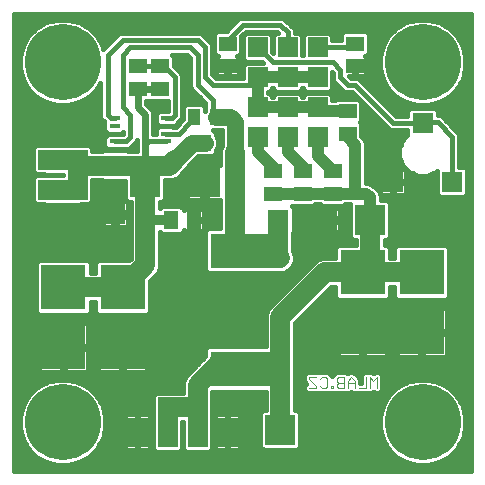
<source format=gbr>
G75*
G70*
%OFA0B0*%
%FSLAX24Y24*%
%IPPOS*%
%LPD*%
%AMOC8*
5,1,8,0,0,1.08239X$1,22.5*
%
%ADD10C,0.0030*%
%ADD11R,0.0350X0.0165*%
%ADD12R,0.0650X0.0650*%
%ADD13R,0.1004X0.0984*%
%ADD14R,0.0512X0.0591*%
%ADD15R,0.0591X0.0512*%
%ADD16R,0.2165X0.1181*%
%ADD17R,0.0700X0.0700*%
%ADD18R,0.0394X0.0551*%
%ADD19R,0.0669X0.0709*%
%ADD20R,0.0709X0.0669*%
%ADD21C,0.2540*%
%ADD22R,0.1500X0.1500*%
%ADD23C,0.0160*%
%ADD24C,0.0660*%
%ADD25C,0.0560*%
%ADD26C,0.0320*%
%ADD27C,0.0240*%
%ADD28C,0.0357*%
%ADD29C,0.0400*%
D10*
X010392Y003320D02*
X010639Y003320D01*
X010639Y003382D01*
X010392Y003629D01*
X010392Y003690D01*
X010639Y003690D01*
X010761Y003629D02*
X010822Y003690D01*
X010946Y003690D01*
X011008Y003629D01*
X011008Y003382D01*
X010946Y003320D01*
X010822Y003320D01*
X010761Y003382D01*
X011130Y003382D02*
X011130Y003320D01*
X011192Y003320D01*
X011192Y003382D01*
X011130Y003382D01*
X011313Y003382D02*
X011375Y003320D01*
X011560Y003320D01*
X011560Y003690D01*
X011375Y003690D01*
X011313Y003629D01*
X011313Y003567D01*
X011375Y003505D01*
X011560Y003505D01*
X011681Y003505D02*
X011928Y003505D01*
X011928Y003567D02*
X011805Y003690D01*
X011681Y003567D01*
X011681Y003320D01*
X011928Y003320D02*
X011928Y003567D01*
X012050Y003320D02*
X012297Y003320D01*
X012297Y003690D01*
X012418Y003690D02*
X012418Y003320D01*
X012665Y003320D02*
X012665Y003690D01*
X012542Y003567D01*
X012418Y003690D01*
X011375Y003505D02*
X011313Y003443D01*
X011313Y003382D01*
D11*
X005615Y011546D03*
X005615Y011802D03*
X005615Y012058D03*
X005615Y012314D03*
X003912Y012314D03*
X003912Y012058D03*
X003912Y011802D03*
X003912Y011546D03*
D12*
X002680Y011930D03*
X002680Y010930D03*
X002680Y009930D03*
X002680Y008930D03*
X001680Y008930D03*
X001680Y009930D03*
X001680Y010930D03*
X001680Y011930D03*
X008680Y011680D03*
X008680Y012680D03*
X008680Y013680D03*
X009680Y013680D03*
X009680Y012680D03*
X009680Y011680D03*
X010680Y011680D03*
X010680Y012680D03*
X010680Y013680D03*
X010680Y014680D03*
X009680Y014680D03*
X008680Y014680D03*
X007680Y002680D03*
X006680Y002680D03*
X005680Y002680D03*
X005680Y001680D03*
X006680Y001680D03*
X007680Y001680D03*
X004680Y001680D03*
X004680Y002680D03*
D13*
X009436Y001930D03*
X011424Y001930D03*
X012436Y008930D03*
X014424Y008930D03*
X006924Y010180D03*
X004936Y010180D03*
D14*
X005806Y008930D03*
X006554Y008930D03*
D15*
X009180Y009806D03*
X009180Y010554D03*
X010180Y010554D03*
X010180Y009806D03*
X011180Y009806D03*
X011180Y010554D03*
X011680Y011806D03*
X011680Y012554D03*
X011930Y014056D03*
X011930Y014804D03*
X007680Y014804D03*
X007680Y014056D03*
X005430Y014054D03*
X005430Y013306D03*
X004680Y013306D03*
X004680Y014054D03*
D16*
X008180Y007899D03*
X008180Y003961D03*
D17*
X013196Y010196D03*
X015164Y010196D03*
X014180Y012164D03*
D18*
X007304Y012363D03*
X006556Y012363D03*
X006930Y011497D03*
D19*
X003930Y010737D03*
X003930Y009123D03*
D20*
X009373Y008930D03*
X010987Y008930D03*
D21*
X014180Y014180D03*
X014180Y002180D03*
X002180Y002180D03*
X002180Y014180D03*
D22*
X002211Y006680D03*
X004180Y006680D03*
X004180Y004680D03*
X002211Y004680D03*
X012180Y005180D03*
X014149Y005180D03*
X014149Y007180D03*
X012180Y007180D03*
D23*
X000560Y000560D02*
X000560Y015800D01*
X015800Y015800D01*
X015800Y000560D01*
X000560Y000560D01*
X000560Y000656D02*
X015800Y000656D01*
X015800Y000814D02*
X014607Y000814D01*
X014732Y000847D02*
X014368Y000750D01*
X013992Y000750D01*
X013628Y000847D01*
X013302Y001036D01*
X013036Y001302D01*
X012847Y001628D01*
X012750Y001992D01*
X012750Y002368D01*
X012847Y002732D01*
X013036Y003058D01*
X013302Y003324D01*
X013628Y003513D01*
X013992Y003610D01*
X014368Y003610D01*
X014732Y003513D01*
X015058Y003324D01*
X015324Y003058D01*
X015513Y002732D01*
X015610Y002368D01*
X015610Y001992D01*
X015513Y001628D01*
X015324Y001302D01*
X015058Y001036D01*
X014732Y000847D01*
X014949Y000973D02*
X015800Y000973D01*
X015800Y001131D02*
X015153Y001131D01*
X015312Y001290D02*
X015800Y001290D01*
X015800Y001448D02*
X015409Y001448D01*
X015500Y001607D02*
X015800Y001607D01*
X015800Y001765D02*
X015549Y001765D01*
X015592Y001924D02*
X015800Y001924D01*
X015800Y002082D02*
X015610Y002082D01*
X015610Y002241D02*
X015800Y002241D01*
X015800Y002399D02*
X015602Y002399D01*
X015559Y002558D02*
X015800Y002558D01*
X015800Y002716D02*
X015517Y002716D01*
X015430Y002875D02*
X015800Y002875D01*
X015800Y003033D02*
X015339Y003033D01*
X015191Y003192D02*
X015800Y003192D01*
X015800Y003350D02*
X015013Y003350D01*
X014739Y003509D02*
X015800Y003509D01*
X015800Y003667D02*
X012840Y003667D01*
X012840Y003763D02*
X012737Y003865D01*
X012593Y003865D01*
X012542Y003814D01*
X012491Y003865D01*
X012224Y003865D01*
X012122Y003763D01*
X012122Y003495D01*
X012103Y003495D01*
X012103Y003639D01*
X011980Y003763D01*
X011877Y003865D01*
X011732Y003865D01*
X011682Y003815D01*
X011633Y003865D01*
X011302Y003865D01*
X011241Y003804D01*
X011160Y003723D01*
X011121Y003763D01*
X011102Y003782D01*
X011018Y003865D01*
X010947Y003865D01*
X010873Y003865D01*
X010750Y003865D01*
X010731Y003846D01*
X010712Y003865D01*
X010320Y003865D01*
X010217Y003763D01*
X010217Y003556D01*
X010299Y003474D01*
X010217Y003392D01*
X010217Y003248D01*
X010320Y003145D01*
X010712Y003145D01*
X010731Y003164D01*
X010750Y003145D01*
X010823Y003145D01*
X011018Y003145D01*
X011038Y003165D01*
X011058Y003145D01*
X011264Y003145D01*
X011283Y003164D01*
X011301Y003146D01*
X011302Y003145D01*
X011302Y003145D01*
X011374Y003145D01*
X011754Y003145D01*
X011805Y003196D01*
X011856Y003145D01*
X012491Y003145D01*
X012542Y003196D01*
X012593Y003145D01*
X012737Y003145D01*
X012840Y003248D01*
X012840Y003763D01*
X012777Y003826D02*
X015800Y003826D01*
X015800Y003984D02*
X009926Y003984D01*
X009926Y003826D02*
X010280Y003826D01*
X010217Y003667D02*
X009926Y003667D01*
X009926Y003509D02*
X010265Y003509D01*
X010217Y003350D02*
X009926Y003350D01*
X009926Y003192D02*
X010273Y003192D01*
X009926Y003033D02*
X013021Y003033D01*
X012930Y002875D02*
X009926Y002875D01*
X009926Y002716D02*
X012843Y002716D01*
X012801Y002558D02*
X010029Y002558D01*
X010004Y002582D02*
X009926Y002582D01*
X009926Y005483D01*
X011133Y006690D01*
X011270Y006690D01*
X011270Y006364D01*
X011364Y006270D01*
X012996Y006270D01*
X013090Y006364D01*
X013090Y006690D01*
X013239Y006690D01*
X013239Y006364D01*
X013332Y006270D01*
X014965Y006270D01*
X015059Y006364D01*
X015059Y007996D01*
X014965Y008090D01*
X013332Y008090D01*
X013239Y007996D01*
X013239Y007676D01*
X013090Y007676D01*
X013090Y007996D01*
X012996Y008090D01*
X012926Y008090D01*
X012926Y008278D01*
X013004Y008278D01*
X013098Y008372D01*
X013098Y009488D01*
X013004Y009582D01*
X012790Y009582D01*
X012790Y009752D01*
X012735Y009884D01*
X012634Y009985D01*
X012508Y010111D01*
X012376Y010166D01*
X012290Y010166D01*
X012290Y011502D01*
X012235Y011634D01*
X012135Y011734D01*
X012135Y012128D01*
X012083Y012180D01*
X012135Y012232D01*
X012135Y012876D01*
X012042Y012970D01*
X011318Y012970D01*
X011263Y012914D01*
X011165Y012914D01*
X011165Y013071D01*
X011071Y013165D01*
X010289Y013165D01*
X010195Y013071D01*
X010195Y013040D01*
X010165Y013040D01*
X010165Y013071D01*
X010071Y013165D01*
X009289Y013165D01*
X009195Y013071D01*
X009195Y013040D01*
X009165Y013040D01*
X009165Y013071D01*
X009071Y013165D01*
X009040Y013165D01*
X009040Y013195D01*
X009071Y013195D01*
X009165Y013289D01*
X009165Y013320D01*
X009195Y013320D01*
X009195Y013289D01*
X009289Y013195D01*
X010071Y013195D01*
X010165Y013289D01*
X010165Y013320D01*
X010195Y013320D01*
X010195Y013289D01*
X010289Y013195D01*
X011071Y013195D01*
X011165Y013289D01*
X011165Y013856D01*
X011190Y013831D01*
X011190Y013632D01*
X011227Y013544D01*
X011294Y013477D01*
X011544Y013227D01*
X011632Y013190D01*
X011831Y013190D01*
X013060Y011961D01*
X013148Y011924D01*
X013670Y011924D01*
X013670Y011762D01*
X013525Y011617D01*
X013408Y011334D01*
X013408Y011026D01*
X013525Y010743D01*
X013743Y010525D01*
X014026Y010408D01*
X014334Y010408D01*
X014617Y010525D01*
X014654Y010562D01*
X014654Y009779D01*
X014748Y009686D01*
X015581Y009686D01*
X015674Y009779D01*
X015674Y010612D01*
X015581Y010706D01*
X015404Y010706D01*
X015404Y011743D01*
X015368Y011832D01*
X014883Y012316D01*
X014816Y012383D01*
X014728Y012420D01*
X014690Y012420D01*
X014690Y012581D01*
X014596Y012674D01*
X013764Y012674D01*
X013670Y012581D01*
X013670Y012404D01*
X013295Y012404D01*
X012133Y013566D01*
X012066Y013633D01*
X011978Y013670D01*
X011779Y013670D01*
X011729Y013720D01*
X011882Y013720D01*
X011882Y014008D01*
X011978Y014008D01*
X011978Y014104D01*
X012305Y014104D01*
X012305Y014328D01*
X012293Y014357D01*
X012271Y014380D01*
X012250Y014388D01*
X012292Y014388D01*
X012385Y014482D01*
X012385Y015126D01*
X012292Y015220D01*
X011568Y015220D01*
X011475Y015126D01*
X011475Y014920D01*
X011165Y014920D01*
X011165Y015071D01*
X011071Y015165D01*
X010289Y015165D01*
X010195Y015071D01*
X010195Y014420D01*
X010165Y014420D01*
X010165Y015071D01*
X010071Y015165D01*
X009920Y015165D01*
X009920Y015228D01*
X009883Y015316D01*
X009816Y015383D01*
X009566Y015633D01*
X009478Y015670D01*
X008132Y015670D01*
X008044Y015633D01*
X007977Y015566D01*
X007631Y015220D01*
X007318Y015220D01*
X007225Y015126D01*
X007225Y014482D01*
X007318Y014388D01*
X007360Y014388D01*
X007339Y014380D01*
X007317Y014357D01*
X007305Y014328D01*
X007305Y014104D01*
X007632Y014104D01*
X007632Y014008D01*
X007305Y014008D01*
X007305Y013784D01*
X007317Y013755D01*
X007339Y013732D01*
X007369Y013720D01*
X007632Y013720D01*
X007632Y014008D01*
X007728Y014008D01*
X007728Y014104D01*
X008055Y014104D01*
X008055Y014328D01*
X008043Y014357D01*
X008021Y014380D01*
X008000Y014388D01*
X008042Y014388D01*
X008135Y014482D01*
X008135Y015046D01*
X008279Y015190D01*
X009331Y015190D01*
X009356Y015165D01*
X009289Y015165D01*
X009195Y015071D01*
X009195Y014504D01*
X009165Y014534D01*
X009165Y015071D01*
X009071Y015165D01*
X008289Y015165D01*
X008195Y015071D01*
X008195Y014289D01*
X008289Y014195D01*
X008826Y014195D01*
X008856Y014165D01*
X008289Y014165D01*
X008195Y014071D01*
X008195Y013670D01*
X007279Y013670D01*
X007170Y013779D01*
X007170Y014728D01*
X007133Y014816D01*
X007066Y014883D01*
X006816Y015133D01*
X006728Y015170D01*
X004132Y015170D01*
X004044Y015133D01*
X003977Y015066D01*
X003540Y014629D01*
X003513Y014732D01*
X003324Y015058D01*
X003058Y015324D01*
X002732Y015513D01*
X002368Y015610D01*
X001992Y015610D01*
X001628Y015513D01*
X001302Y015324D01*
X001036Y015058D01*
X000847Y014732D01*
X000750Y014368D01*
X000750Y013992D01*
X000847Y013628D01*
X001036Y013302D01*
X001302Y013036D01*
X001628Y012847D01*
X001992Y012750D01*
X002368Y012750D01*
X002732Y012847D01*
X003058Y013036D01*
X003324Y013302D01*
X003440Y013502D01*
X003440Y012382D01*
X003477Y012294D01*
X003544Y012227D01*
X003577Y012194D01*
X003577Y011909D01*
X003657Y011829D01*
X003657Y011802D01*
X003657Y011775D01*
X003577Y011695D01*
X003577Y011397D01*
X003671Y011303D01*
X004154Y011303D01*
X004156Y011306D01*
X004344Y011306D01*
X004432Y011343D01*
X004566Y011477D01*
X004633Y011544D01*
X004650Y011584D01*
X004650Y011227D01*
X004355Y011227D01*
X004331Y011251D01*
X003529Y011251D01*
X003505Y011227D01*
X003165Y011227D01*
X003165Y011321D01*
X003071Y011415D01*
X002790Y011415D01*
X002777Y011420D01*
X001583Y011420D01*
X001570Y011415D01*
X001289Y011415D01*
X001195Y011321D01*
X001195Y011040D01*
X001190Y011027D01*
X001190Y010833D01*
X001195Y010820D01*
X001195Y010539D01*
X001289Y010445D01*
X001570Y010445D01*
X001583Y010440D01*
X002190Y010440D01*
X002190Y010420D01*
X001583Y010420D01*
X001570Y010415D01*
X001289Y010415D01*
X001195Y010321D01*
X001195Y010040D01*
X001190Y010027D01*
X001190Y009833D01*
X001195Y009820D01*
X001195Y009539D01*
X001289Y009445D01*
X001570Y009445D01*
X001583Y009440D01*
X002777Y009440D01*
X002790Y009445D01*
X003071Y009445D01*
X003165Y009539D01*
X003165Y009820D01*
X003170Y009833D01*
X003170Y010247D01*
X003505Y010247D01*
X003529Y010223D01*
X004274Y010223D01*
X004274Y009622D01*
X004368Y009528D01*
X004446Y009528D01*
X004446Y007639D01*
X004397Y007590D01*
X003364Y007590D01*
X003270Y007496D01*
X003270Y007170D01*
X003121Y007170D01*
X003121Y007496D01*
X003028Y007590D01*
X001395Y007590D01*
X001301Y007496D01*
X001301Y005864D01*
X001395Y005770D01*
X003028Y005770D01*
X003121Y005864D01*
X003121Y006190D01*
X003270Y006190D01*
X003270Y005864D01*
X003364Y005770D01*
X004996Y005770D01*
X005090Y005864D01*
X005090Y006897D01*
X005351Y007158D01*
X005426Y007338D01*
X005426Y008533D01*
X005484Y008475D01*
X006128Y008475D01*
X006222Y008568D01*
X006222Y008610D01*
X006230Y008589D01*
X006253Y008567D01*
X006282Y008555D01*
X006506Y008555D01*
X006506Y008882D01*
X006602Y008882D01*
X006602Y008555D01*
X006826Y008555D01*
X006855Y008567D01*
X006878Y008589D01*
X006890Y008619D01*
X006890Y008882D01*
X006602Y008882D01*
X006602Y008978D01*
X006506Y008978D01*
X006506Y009305D01*
X006282Y009305D01*
X006253Y009293D01*
X006230Y009271D01*
X006222Y009250D01*
X006222Y009292D01*
X006128Y009385D01*
X005484Y009385D01*
X005426Y009327D01*
X005426Y009528D01*
X005504Y009528D01*
X005598Y009622D01*
X005598Y010247D01*
X005835Y010247D01*
X006015Y010322D01*
X006342Y010649D01*
X006342Y010260D01*
X006844Y010260D01*
X006844Y010100D01*
X006342Y010100D01*
X006342Y009672D01*
X006354Y009643D01*
X006377Y009620D01*
X006406Y009608D01*
X006844Y009608D01*
X006844Y010100D01*
X007004Y010100D01*
X007004Y009608D01*
X007440Y009608D01*
X007440Y008649D01*
X007031Y008649D01*
X006937Y008555D01*
X006937Y007242D01*
X007031Y007148D01*
X009329Y007148D01*
X009340Y007159D01*
X009381Y007159D01*
X009429Y007149D01*
X009478Y007159D01*
X009527Y007159D01*
X009573Y007177D01*
X009621Y007187D01*
X009662Y007214D01*
X009708Y007233D01*
X009742Y007268D01*
X009783Y007295D01*
X009810Y007336D01*
X009845Y007371D01*
X009864Y007416D01*
X009891Y007457D01*
X009901Y007505D01*
X009920Y007551D01*
X009920Y007600D01*
X009930Y007648D01*
X009920Y007697D01*
X009920Y007746D01*
X009901Y007791D01*
X009892Y007839D01*
X009864Y007880D01*
X009863Y007884D01*
X009863Y008505D01*
X009887Y008529D01*
X009887Y009331D01*
X009828Y009390D01*
X010542Y009390D01*
X010597Y009446D01*
X010763Y009446D01*
X010818Y009390D01*
X011542Y009390D01*
X011597Y009446D01*
X011774Y009446D01*
X011774Y008372D01*
X011868Y008278D01*
X011946Y008278D01*
X011946Y008090D01*
X011364Y008090D01*
X011270Y007996D01*
X011270Y007670D01*
X010833Y007670D01*
X010652Y007595D01*
X010515Y007458D01*
X009021Y005963D01*
X008946Y005783D01*
X008946Y004712D01*
X007031Y004712D01*
X006937Y004618D01*
X005010Y004618D01*
X005010Y004632D02*
X004228Y004632D01*
X004228Y004728D01*
X005010Y004728D01*
X005010Y005446D01*
X004998Y005475D01*
X004975Y005498D01*
X004946Y005510D01*
X004228Y005510D01*
X004228Y004728D01*
X004132Y004728D01*
X004132Y005510D01*
X003414Y005510D01*
X003385Y005498D01*
X003362Y005475D01*
X003350Y005446D01*
X003350Y004728D01*
X004132Y004728D01*
X004132Y004632D01*
X004228Y004632D01*
X004228Y003850D01*
X004946Y003850D01*
X004975Y003862D01*
X004998Y003885D01*
X005010Y003914D01*
X005010Y004632D01*
X005010Y004777D02*
X008946Y004777D01*
X008946Y004935D02*
X005010Y004935D01*
X005010Y005094D02*
X008946Y005094D01*
X008946Y005252D02*
X005010Y005252D01*
X005010Y005411D02*
X008946Y005411D01*
X008946Y005569D02*
X000560Y005569D01*
X000560Y005411D02*
X001381Y005411D01*
X001381Y005446D02*
X001381Y004728D01*
X002164Y004728D01*
X002164Y005510D01*
X001446Y005510D01*
X001416Y005498D01*
X001394Y005475D01*
X001381Y005446D01*
X001381Y005252D02*
X000560Y005252D01*
X000560Y005094D02*
X001381Y005094D01*
X001381Y004935D02*
X000560Y004935D01*
X000560Y004777D02*
X001381Y004777D01*
X001381Y004632D02*
X001381Y003914D01*
X001394Y003885D01*
X001416Y003862D01*
X001446Y003850D01*
X002164Y003850D01*
X002164Y004632D01*
X002259Y004632D01*
X002259Y003850D01*
X002977Y003850D01*
X003007Y003862D01*
X003029Y003885D01*
X003041Y003914D01*
X003041Y004632D01*
X002259Y004632D01*
X002259Y004728D01*
X002164Y004728D01*
X002164Y004632D01*
X001381Y004632D01*
X001381Y004618D02*
X000560Y004618D01*
X000560Y004460D02*
X001381Y004460D01*
X001381Y004301D02*
X000560Y004301D01*
X000560Y004143D02*
X001381Y004143D01*
X001381Y003984D02*
X000560Y003984D01*
X000560Y003826D02*
X006383Y003826D01*
X006265Y003708D02*
X006190Y003527D01*
X006190Y003170D01*
X005583Y003170D01*
X005570Y003165D01*
X005289Y003165D01*
X005195Y003071D01*
X005195Y002790D01*
X005190Y002777D01*
X005190Y001583D01*
X005195Y001570D01*
X005195Y001289D01*
X005289Y001195D01*
X005570Y001195D01*
X005583Y001190D01*
X005777Y001190D01*
X005790Y001195D01*
X006071Y001195D01*
X006165Y001289D01*
X006165Y001570D01*
X006170Y001583D01*
X006170Y002190D01*
X006190Y002190D01*
X006190Y001583D01*
X006195Y001570D01*
X006195Y001289D01*
X006289Y001195D01*
X006570Y001195D01*
X006583Y001190D01*
X006777Y001190D01*
X006790Y001195D01*
X007071Y001195D01*
X007165Y001289D01*
X007165Y001570D01*
X007170Y001583D01*
X007170Y003211D01*
X008946Y003211D01*
X008946Y002582D01*
X008868Y002582D01*
X008774Y002488D01*
X008774Y001372D01*
X008868Y001278D01*
X010004Y001278D01*
X010098Y001372D01*
X010098Y002488D01*
X010004Y002582D01*
X010098Y002399D02*
X010842Y002399D01*
X010842Y002438D02*
X010842Y002010D01*
X011344Y002010D01*
X011344Y001850D01*
X010842Y001850D01*
X010842Y001422D01*
X010854Y001393D01*
X010877Y001370D01*
X010906Y001358D01*
X011344Y001358D01*
X011344Y001850D01*
X011504Y001850D01*
X011504Y001358D01*
X011942Y001358D01*
X011971Y001370D01*
X011994Y001393D01*
X012006Y001422D01*
X012006Y001850D01*
X011504Y001850D01*
X011504Y002010D01*
X011344Y002010D01*
X011344Y002502D01*
X010906Y002502D01*
X010877Y002490D01*
X010854Y002467D01*
X010842Y002438D01*
X010842Y002241D02*
X010098Y002241D01*
X010098Y002082D02*
X010842Y002082D01*
X010842Y001765D02*
X010098Y001765D01*
X010098Y001607D02*
X010842Y001607D01*
X010842Y001448D02*
X010098Y001448D01*
X010016Y001290D02*
X013048Y001290D01*
X012951Y001448D02*
X012006Y001448D01*
X012006Y001607D02*
X012860Y001607D01*
X012811Y001765D02*
X012006Y001765D01*
X012006Y002010D02*
X012006Y002438D01*
X011994Y002467D01*
X011971Y002490D01*
X011942Y002502D01*
X011504Y002502D01*
X011504Y002010D01*
X012006Y002010D01*
X012006Y002082D02*
X012750Y002082D01*
X012750Y002241D02*
X012006Y002241D01*
X012006Y002399D02*
X012758Y002399D01*
X012768Y001924D02*
X011504Y001924D01*
X011504Y002082D02*
X011344Y002082D01*
X011344Y001924D02*
X010098Y001924D01*
X008856Y001290D02*
X008053Y001290D01*
X008050Y001287D02*
X008073Y001310D01*
X008085Y001339D01*
X008085Y001672D01*
X007688Y001672D01*
X007688Y001688D01*
X007672Y001688D01*
X007672Y002085D01*
X007339Y002085D01*
X007310Y002073D01*
X007287Y002050D01*
X007275Y002021D01*
X007275Y001688D01*
X007672Y001688D01*
X007672Y001672D01*
X007275Y001672D01*
X007275Y001339D01*
X007287Y001310D01*
X007310Y001287D01*
X007339Y001275D01*
X007672Y001275D01*
X007672Y001672D01*
X007688Y001672D01*
X007688Y001275D01*
X008021Y001275D01*
X008050Y001287D01*
X008085Y001448D02*
X008774Y001448D01*
X008774Y001607D02*
X008085Y001607D01*
X008085Y001688D02*
X008085Y002021D01*
X008073Y002050D01*
X008050Y002073D01*
X008021Y002085D01*
X007688Y002085D01*
X007688Y001688D01*
X008085Y001688D01*
X008085Y001765D02*
X008774Y001765D01*
X008774Y001924D02*
X008085Y001924D01*
X008028Y002082D02*
X008774Y002082D01*
X008774Y002241D02*
X007170Y002241D01*
X007287Y002310D02*
X007310Y002287D01*
X007339Y002275D01*
X007672Y002275D01*
X007672Y002672D01*
X007275Y002672D01*
X007275Y002339D01*
X007287Y002310D01*
X007275Y002399D02*
X007170Y002399D01*
X007170Y002558D02*
X007275Y002558D01*
X007275Y002688D02*
X007672Y002688D01*
X007672Y003085D01*
X007339Y003085D01*
X007310Y003073D01*
X007287Y003050D01*
X007275Y003021D01*
X007275Y002688D01*
X007275Y002716D02*
X007170Y002716D01*
X007170Y002875D02*
X007275Y002875D01*
X007280Y003033D02*
X007170Y003033D01*
X007170Y003192D02*
X008946Y003192D01*
X008946Y003033D02*
X008080Y003033D01*
X008085Y003021D02*
X008073Y003050D01*
X008050Y003073D01*
X008021Y003085D01*
X007688Y003085D01*
X007688Y002688D01*
X007672Y002688D01*
X007672Y002672D01*
X007688Y002672D01*
X007688Y002688D01*
X008085Y002688D01*
X008085Y003021D01*
X008085Y002875D02*
X008946Y002875D01*
X008946Y002716D02*
X008085Y002716D01*
X008085Y002672D02*
X007688Y002672D01*
X007688Y002275D01*
X008021Y002275D01*
X008050Y002287D01*
X008073Y002310D01*
X008085Y002339D01*
X008085Y002672D01*
X008085Y002558D02*
X008843Y002558D01*
X008774Y002399D02*
X008085Y002399D01*
X007688Y002399D02*
X007672Y002399D01*
X007672Y002558D02*
X007688Y002558D01*
X007672Y002716D02*
X007688Y002716D01*
X007672Y002875D02*
X007688Y002875D01*
X007672Y003033D02*
X007688Y003033D01*
X007672Y002082D02*
X007688Y002082D01*
X007672Y001924D02*
X007688Y001924D01*
X007672Y001765D02*
X007688Y001765D01*
X007672Y001607D02*
X007688Y001607D01*
X007672Y001448D02*
X007688Y001448D01*
X007672Y001290D02*
X007688Y001290D01*
X007307Y001290D02*
X007165Y001290D01*
X007165Y001448D02*
X007275Y001448D01*
X007275Y001607D02*
X007170Y001607D01*
X007170Y001765D02*
X007275Y001765D01*
X007275Y001924D02*
X007170Y001924D01*
X007170Y002082D02*
X007332Y002082D01*
X006190Y002082D02*
X006170Y002082D01*
X006170Y001924D02*
X006190Y001924D01*
X006190Y001765D02*
X006170Y001765D01*
X006170Y001607D02*
X006190Y001607D01*
X006195Y001448D02*
X006165Y001448D01*
X006165Y001290D02*
X006195Y001290D01*
X005195Y001290D02*
X005053Y001290D01*
X005050Y001287D02*
X005073Y001310D01*
X005085Y001339D01*
X005085Y001672D01*
X004688Y001672D01*
X004688Y001688D01*
X004672Y001688D01*
X004672Y002085D01*
X004339Y002085D01*
X004310Y002073D01*
X004287Y002050D01*
X004275Y002021D01*
X004275Y001688D01*
X004672Y001688D01*
X004672Y001672D01*
X004275Y001672D01*
X004275Y001339D01*
X004287Y001310D01*
X004310Y001287D01*
X004339Y001275D01*
X004672Y001275D01*
X004672Y001672D01*
X004688Y001672D01*
X004688Y001275D01*
X005021Y001275D01*
X005050Y001287D01*
X005085Y001448D02*
X005195Y001448D01*
X005190Y001607D02*
X005085Y001607D01*
X005085Y001688D02*
X005085Y002021D01*
X005073Y002050D01*
X005050Y002073D01*
X005021Y002085D01*
X004688Y002085D01*
X004688Y001688D01*
X005085Y001688D01*
X005085Y001765D02*
X005190Y001765D01*
X005190Y001924D02*
X005085Y001924D01*
X005028Y002082D02*
X005190Y002082D01*
X005190Y002241D02*
X003610Y002241D01*
X003610Y002368D02*
X003610Y001992D01*
X003513Y001628D01*
X003324Y001302D01*
X003058Y001036D01*
X002732Y000847D01*
X002368Y000750D01*
X001992Y000750D01*
X001628Y000847D01*
X001302Y001036D01*
X001036Y001302D01*
X000847Y001628D01*
X000750Y001992D01*
X000750Y002368D01*
X000847Y002732D01*
X001036Y003058D01*
X001302Y003324D01*
X001628Y003513D01*
X001992Y003610D01*
X002368Y003610D01*
X002732Y003513D01*
X003058Y003324D01*
X003324Y003058D01*
X003513Y002732D01*
X003610Y002368D01*
X003602Y002399D02*
X004275Y002399D01*
X004275Y002339D02*
X004287Y002310D01*
X004310Y002287D01*
X004339Y002275D01*
X004672Y002275D01*
X004672Y002672D01*
X004275Y002672D01*
X004275Y002339D01*
X004275Y002558D02*
X003559Y002558D01*
X003517Y002716D02*
X004275Y002716D01*
X004275Y002688D02*
X004672Y002688D01*
X004672Y003085D01*
X004339Y003085D01*
X004310Y003073D01*
X004287Y003050D01*
X004275Y003021D01*
X004275Y002688D01*
X004275Y002875D02*
X003430Y002875D01*
X003339Y003033D02*
X004280Y003033D01*
X004672Y003033D02*
X004688Y003033D01*
X004688Y003085D02*
X004688Y002688D01*
X004672Y002688D01*
X004672Y002672D01*
X004688Y002672D01*
X004688Y002688D01*
X005085Y002688D01*
X005085Y003021D01*
X005073Y003050D01*
X005050Y003073D01*
X005021Y003085D01*
X004688Y003085D01*
X004672Y002875D02*
X004688Y002875D01*
X004672Y002716D02*
X004688Y002716D01*
X004688Y002672D02*
X005085Y002672D01*
X005085Y002339D01*
X005073Y002310D01*
X005050Y002287D01*
X005021Y002275D01*
X004688Y002275D01*
X004688Y002672D01*
X004688Y002558D02*
X004672Y002558D01*
X004672Y002399D02*
X004688Y002399D01*
X004672Y002082D02*
X004688Y002082D01*
X004672Y001924D02*
X004688Y001924D01*
X004672Y001765D02*
X004688Y001765D01*
X004672Y001607D02*
X004688Y001607D01*
X004672Y001448D02*
X004688Y001448D01*
X004672Y001290D02*
X004688Y001290D01*
X004307Y001290D02*
X003312Y001290D01*
X003409Y001448D02*
X004275Y001448D01*
X004275Y001607D02*
X003500Y001607D01*
X003549Y001765D02*
X004275Y001765D01*
X004275Y001924D02*
X003592Y001924D01*
X003610Y002082D02*
X004332Y002082D01*
X005085Y002399D02*
X005190Y002399D01*
X005190Y002558D02*
X005085Y002558D01*
X005085Y002716D02*
X005190Y002716D01*
X005195Y002875D02*
X005085Y002875D01*
X005080Y003033D02*
X005195Y003033D01*
X005010Y003984D02*
X006541Y003984D01*
X006700Y004143D02*
X005010Y004143D01*
X005010Y004301D02*
X006858Y004301D01*
X006937Y004380D02*
X006265Y003708D01*
X006248Y003667D02*
X000560Y003667D01*
X000560Y003509D02*
X001621Y003509D01*
X001347Y003350D02*
X000560Y003350D01*
X000560Y003192D02*
X001169Y003192D01*
X001021Y003033D02*
X000560Y003033D01*
X000560Y002875D02*
X000930Y002875D01*
X000843Y002716D02*
X000560Y002716D01*
X000560Y002558D02*
X000801Y002558D01*
X000758Y002399D02*
X000560Y002399D01*
X000560Y002241D02*
X000750Y002241D01*
X000750Y002082D02*
X000560Y002082D01*
X000560Y001924D02*
X000768Y001924D01*
X000811Y001765D02*
X000560Y001765D01*
X000560Y001607D02*
X000860Y001607D01*
X000951Y001448D02*
X000560Y001448D01*
X000560Y001290D02*
X001048Y001290D01*
X001207Y001131D02*
X000560Y001131D01*
X000560Y000973D02*
X001411Y000973D01*
X001753Y000814D02*
X000560Y000814D01*
X002607Y000814D02*
X013753Y000814D01*
X013411Y000973D02*
X002949Y000973D01*
X003153Y001131D02*
X013207Y001131D01*
X011504Y001448D02*
X011344Y001448D01*
X011344Y001607D02*
X011504Y001607D01*
X011504Y001765D02*
X011344Y001765D01*
X011344Y002241D02*
X011504Y002241D01*
X011504Y002399D02*
X011344Y002399D01*
X011800Y003192D02*
X011809Y003192D01*
X012103Y003509D02*
X012122Y003509D01*
X012122Y003667D02*
X012076Y003667D01*
X012184Y003826D02*
X011917Y003826D01*
X011693Y003826D02*
X011672Y003826D01*
X011263Y003826D02*
X011058Y003826D01*
X011018Y003865D02*
X011018Y003865D01*
X011018Y003865D01*
X010873Y003865D02*
X010873Y003865D01*
X011121Y003763D02*
X011121Y003763D01*
X011385Y004362D02*
X011414Y004350D01*
X012132Y004350D01*
X012132Y005132D01*
X011350Y005132D01*
X011350Y004414D01*
X011362Y004385D01*
X011385Y004362D01*
X011350Y004460D02*
X009926Y004460D01*
X009926Y004618D02*
X011350Y004618D01*
X011350Y004777D02*
X009926Y004777D01*
X009926Y004935D02*
X011350Y004935D01*
X011350Y005094D02*
X009926Y005094D01*
X009926Y005252D02*
X011350Y005252D01*
X011350Y005228D02*
X012132Y005228D01*
X012132Y006010D01*
X011414Y006010D01*
X011385Y005998D01*
X011362Y005975D01*
X011350Y005946D01*
X011350Y005228D01*
X011350Y005411D02*
X009926Y005411D01*
X010012Y005569D02*
X011350Y005569D01*
X011350Y005728D02*
X010170Y005728D01*
X010329Y005886D02*
X011350Y005886D01*
X011272Y006362D02*
X010804Y006362D01*
X010963Y006520D02*
X011270Y006520D01*
X011270Y006679D02*
X011121Y006679D01*
X010646Y006203D02*
X015800Y006203D01*
X015800Y006045D02*
X010487Y006045D01*
X009736Y006679D02*
X005090Y006679D01*
X005090Y006837D02*
X009894Y006837D01*
X010053Y006996D02*
X005188Y006996D01*
X005347Y007154D02*
X007025Y007154D01*
X006937Y007313D02*
X005415Y007313D01*
X005426Y007471D02*
X006937Y007471D01*
X006937Y007630D02*
X005426Y007630D01*
X005426Y007788D02*
X006937Y007788D01*
X006937Y007947D02*
X005426Y007947D01*
X005426Y008105D02*
X006937Y008105D01*
X006937Y008264D02*
X005426Y008264D01*
X005426Y008422D02*
X006937Y008422D01*
X006963Y008581D02*
X006869Y008581D01*
X006890Y008739D02*
X007440Y008739D01*
X007440Y008898D02*
X006602Y008898D01*
X006602Y008978D02*
X006890Y008978D01*
X006890Y009241D01*
X006878Y009271D01*
X006855Y009293D01*
X006826Y009305D01*
X006602Y009305D01*
X006602Y008978D01*
X006602Y009056D02*
X006506Y009056D01*
X006506Y009215D02*
X006602Y009215D01*
X006890Y009215D02*
X007440Y009215D01*
X007440Y009373D02*
X006140Y009373D01*
X006342Y009690D02*
X005598Y009690D01*
X005598Y009849D02*
X006342Y009849D01*
X006342Y010007D02*
X005598Y010007D01*
X005598Y010166D02*
X006844Y010166D01*
X006844Y010260D02*
X006844Y010752D01*
X006406Y010752D01*
X006383Y010742D01*
X006395Y010773D01*
X006679Y011057D01*
X007018Y011057D01*
X007028Y011061D01*
X007193Y011061D01*
X007287Y011155D01*
X007287Y011232D01*
X007303Y011248D01*
X007370Y011409D01*
X007370Y011584D01*
X007303Y011746D01*
X007287Y011762D01*
X007287Y011839D01*
X007198Y011927D01*
X007206Y011927D01*
X007216Y011923D01*
X007490Y011923D01*
X007490Y011398D01*
X007440Y011277D01*
X007440Y010752D01*
X007004Y010752D01*
X007004Y010260D01*
X006844Y010260D01*
X006844Y010324D02*
X007004Y010324D01*
X007004Y010483D02*
X006844Y010483D01*
X006844Y010641D02*
X007004Y010641D01*
X007440Y010800D02*
X006422Y010800D01*
X006342Y010641D02*
X006334Y010641D01*
X006342Y010483D02*
X006175Y010483D01*
X006017Y010324D02*
X006342Y010324D01*
X006844Y010007D02*
X007004Y010007D01*
X007004Y009849D02*
X006844Y009849D01*
X006844Y009690D02*
X007004Y009690D01*
X007440Y009532D02*
X005508Y009532D01*
X005472Y009373D02*
X005426Y009373D01*
X004936Y010180D02*
X004936Y010731D01*
X004930Y010737D01*
X004930Y010930D02*
X005930Y010930D01*
X006580Y010958D02*
X007440Y010958D01*
X007440Y011117D02*
X007248Y011117D01*
X007314Y011275D02*
X007440Y011275D01*
X007490Y011434D02*
X007370Y011434D01*
X007367Y011592D02*
X007490Y011592D01*
X007490Y011751D02*
X007299Y011751D01*
X007217Y011909D02*
X007490Y011909D01*
X007304Y012363D02*
X007180Y012487D01*
X007180Y012930D01*
X006930Y013180D01*
X006680Y013430D01*
X006680Y014430D01*
X006430Y014680D01*
X005680Y014680D01*
X004430Y014680D01*
X004180Y014430D01*
X004180Y014180D01*
X004180Y013930D01*
X004180Y012680D01*
X004430Y012430D01*
X004430Y011680D01*
X004296Y011546D01*
X003912Y011546D01*
X003912Y011802D02*
X003657Y011802D01*
X003912Y011802D01*
X003912Y011802D01*
X003912Y011802D01*
X004167Y011802D01*
X004167Y011786D01*
X004190Y011786D01*
X004190Y011852D01*
X004167Y011829D01*
X004167Y011802D01*
X003912Y011802D01*
X003633Y011751D02*
X003085Y011751D01*
X003085Y011909D02*
X003577Y011909D01*
X003577Y012068D02*
X003085Y012068D01*
X003085Y011938D02*
X003085Y012271D01*
X003073Y012300D01*
X003050Y012323D01*
X003021Y012335D01*
X002688Y012335D01*
X002688Y011938D01*
X002672Y011938D01*
X002672Y012335D01*
X002339Y012335D01*
X002310Y012323D01*
X002287Y012300D01*
X002275Y012271D01*
X002275Y011938D01*
X002672Y011938D01*
X002672Y011922D01*
X002688Y011922D01*
X002688Y011938D01*
X003085Y011938D01*
X003085Y011922D02*
X002688Y011922D01*
X002688Y011525D01*
X003021Y011525D01*
X003050Y011537D01*
X003073Y011560D01*
X003085Y011589D01*
X003085Y011922D01*
X003085Y012226D02*
X003545Y012226D01*
X003440Y012385D02*
X000560Y012385D01*
X000560Y012543D02*
X003440Y012543D01*
X003440Y012702D02*
X000560Y012702D01*
X000560Y012860D02*
X001606Y012860D01*
X001332Y013019D02*
X000560Y013019D01*
X000560Y013177D02*
X001161Y013177D01*
X001016Y013336D02*
X000560Y013336D01*
X000560Y013494D02*
X000925Y013494D01*
X000841Y013653D02*
X000560Y013653D01*
X000560Y013811D02*
X000798Y013811D01*
X000756Y013970D02*
X000560Y013970D01*
X000560Y014128D02*
X000750Y014128D01*
X000750Y014287D02*
X000560Y014287D01*
X000560Y014445D02*
X000771Y014445D01*
X000813Y014604D02*
X000560Y014604D01*
X000560Y014762D02*
X000865Y014762D01*
X000956Y014921D02*
X000560Y014921D01*
X000560Y015079D02*
X001057Y015079D01*
X001215Y015238D02*
X000560Y015238D01*
X000560Y015396D02*
X001426Y015396D01*
X001785Y015555D02*
X000560Y015555D01*
X000560Y015713D02*
X015800Y015713D01*
X015800Y015555D02*
X014575Y015555D01*
X014732Y015513D02*
X014368Y015610D01*
X013992Y015610D01*
X013628Y015513D01*
X013302Y015324D01*
X013036Y015058D01*
X012847Y014732D01*
X012750Y014368D01*
X012750Y013992D01*
X012847Y013628D01*
X013036Y013302D01*
X013302Y013036D01*
X013628Y012847D01*
X013992Y012750D01*
X014368Y012750D01*
X014732Y012847D01*
X015058Y013036D01*
X015324Y013302D01*
X015513Y013628D01*
X015610Y013992D01*
X015610Y014368D01*
X015513Y014732D01*
X015324Y015058D01*
X015058Y015324D01*
X014732Y015513D01*
X014934Y015396D02*
X015800Y015396D01*
X015800Y015238D02*
X015145Y015238D01*
X015303Y015079D02*
X015800Y015079D01*
X015800Y014921D02*
X015404Y014921D01*
X015495Y014762D02*
X015800Y014762D01*
X015800Y014604D02*
X015547Y014604D01*
X015589Y014445D02*
X015800Y014445D01*
X015800Y014287D02*
X015610Y014287D01*
X015610Y014128D02*
X015800Y014128D01*
X015800Y013970D02*
X015604Y013970D01*
X015562Y013811D02*
X015800Y013811D01*
X015800Y013653D02*
X015519Y013653D01*
X015435Y013494D02*
X015800Y013494D01*
X015800Y013336D02*
X015344Y013336D01*
X015199Y013177D02*
X015800Y013177D01*
X015800Y013019D02*
X015028Y013019D01*
X014754Y012860D02*
X015800Y012860D01*
X015800Y012702D02*
X012998Y012702D01*
X012839Y012860D02*
X013606Y012860D01*
X013332Y013019D02*
X012681Y013019D01*
X012522Y013177D02*
X013161Y013177D01*
X013016Y013336D02*
X012364Y013336D01*
X012205Y013494D02*
X012925Y013494D01*
X012841Y013653D02*
X012020Y013653D01*
X011978Y013720D02*
X012241Y013720D01*
X012271Y013732D01*
X012293Y013755D01*
X012305Y013784D01*
X012305Y014008D01*
X011978Y014008D01*
X011978Y013720D01*
X011978Y013811D02*
X011882Y013811D01*
X011882Y013970D02*
X011978Y013970D01*
X012305Y013970D02*
X012756Y013970D01*
X012750Y014128D02*
X012305Y014128D01*
X012305Y014287D02*
X012750Y014287D01*
X012771Y014445D02*
X012348Y014445D01*
X012385Y014604D02*
X012813Y014604D01*
X012865Y014762D02*
X012385Y014762D01*
X012385Y014921D02*
X012956Y014921D01*
X013057Y015079D02*
X012385Y015079D01*
X011930Y014804D02*
X011806Y014680D01*
X010680Y014680D01*
X010195Y014604D02*
X010165Y014604D01*
X010165Y014762D02*
X010195Y014762D01*
X010195Y014921D02*
X010165Y014921D01*
X010157Y015079D02*
X010203Y015079D01*
X009916Y015238D02*
X013215Y015238D01*
X013426Y015396D02*
X009803Y015396D01*
X009645Y015555D02*
X013785Y015555D01*
X012798Y013811D02*
X012305Y013811D01*
X011930Y013430D02*
X011680Y013430D01*
X011430Y013680D01*
X011430Y013930D01*
X011180Y014180D01*
X009180Y014180D01*
X008680Y014680D01*
X009165Y014604D02*
X009195Y014604D01*
X009195Y014762D02*
X009165Y014762D01*
X009165Y014921D02*
X009195Y014921D01*
X009203Y015079D02*
X009157Y015079D01*
X009430Y015430D02*
X009680Y015180D01*
X009680Y014680D01*
X010165Y014445D02*
X010195Y014445D01*
X011165Y014921D02*
X011475Y014921D01*
X011475Y015079D02*
X011157Y015079D01*
X011165Y013811D02*
X011190Y013811D01*
X011190Y013653D02*
X011165Y013653D01*
X011165Y013494D02*
X011277Y013494D01*
X011165Y013336D02*
X011435Y013336D01*
X011165Y013019D02*
X012002Y013019D01*
X012135Y012860D02*
X012161Y012860D01*
X012135Y012702D02*
X012319Y012702D01*
X012478Y012543D02*
X012135Y012543D01*
X012135Y012385D02*
X012636Y012385D01*
X012795Y012226D02*
X012129Y012226D01*
X012135Y012068D02*
X012953Y012068D01*
X013196Y012164D02*
X011930Y013430D01*
X011844Y013177D02*
X009040Y013177D01*
X008680Y013680D02*
X008430Y013430D01*
X007180Y013430D01*
X006930Y013680D01*
X006930Y014680D01*
X006680Y014930D01*
X006180Y014930D01*
X004180Y014930D01*
X003680Y014430D01*
X003680Y014180D01*
X003680Y013680D01*
X003680Y012430D01*
X003796Y012314D01*
X003912Y012314D01*
X003440Y012860D02*
X002754Y012860D01*
X003028Y013019D02*
X003440Y013019D01*
X003440Y013177D02*
X003199Y013177D01*
X003344Y013336D02*
X003440Y013336D01*
X003435Y013494D02*
X003440Y013494D01*
X004680Y013306D02*
X004806Y013306D01*
X005430Y013306D01*
X005690Y012890D02*
X005068Y012890D01*
X005055Y012904D01*
X005042Y012890D01*
X004960Y012890D01*
X004960Y012796D01*
X005089Y012667D01*
X005167Y012589D01*
X005210Y012486D01*
X005210Y011786D01*
X005280Y011786D01*
X005280Y011951D01*
X005360Y012031D01*
X005360Y012058D01*
X005615Y012058D01*
X005615Y012058D01*
X005360Y012058D01*
X005360Y012085D01*
X005280Y012165D01*
X005280Y012463D01*
X005374Y012557D01*
X005690Y012557D01*
X005690Y012890D01*
X005690Y012860D02*
X004960Y012860D01*
X005054Y012702D02*
X005690Y012702D01*
X005930Y012430D02*
X005930Y013304D01*
X005930Y013430D01*
X005930Y013680D01*
X005680Y013930D01*
X005554Y013930D01*
X005430Y014054D01*
X004680Y014054D01*
X003831Y014921D02*
X003404Y014921D01*
X003495Y014762D02*
X003673Y014762D01*
X003990Y015079D02*
X003303Y015079D01*
X003145Y015238D02*
X007648Y015238D01*
X007807Y015396D02*
X002934Y015396D01*
X002575Y015555D02*
X007965Y015555D01*
X008180Y015430D02*
X009430Y015430D01*
X008180Y015430D02*
X007554Y014804D01*
X007680Y014804D01*
X007225Y014762D02*
X007156Y014762D01*
X007170Y014604D02*
X007225Y014604D01*
X007262Y014445D02*
X007170Y014445D01*
X007170Y014287D02*
X007305Y014287D01*
X007305Y014128D02*
X007170Y014128D01*
X007170Y013970D02*
X007305Y013970D01*
X007305Y013811D02*
X007170Y013811D01*
X007632Y013811D02*
X007728Y013811D01*
X007728Y013720D02*
X007991Y013720D01*
X008021Y013732D01*
X008043Y013755D01*
X008055Y013784D01*
X008055Y014008D01*
X007728Y014008D01*
X007728Y013720D01*
X007728Y013970D02*
X007632Y013970D01*
X008055Y013970D02*
X008195Y013970D01*
X008195Y013811D02*
X008055Y013811D01*
X008055Y014128D02*
X008252Y014128D01*
X008197Y014287D02*
X008055Y014287D01*
X008098Y014445D02*
X008195Y014445D01*
X008195Y014604D02*
X008135Y014604D01*
X008135Y014762D02*
X008195Y014762D01*
X008195Y014921D02*
X008135Y014921D01*
X008168Y015079D02*
X008203Y015079D01*
X007225Y015079D02*
X006870Y015079D01*
X007029Y014921D02*
X007225Y014921D01*
X006440Y014331D02*
X006440Y013382D01*
X006477Y013294D01*
X006727Y013044D01*
X006940Y012831D01*
X006940Y012621D01*
X006931Y012612D01*
X006913Y012568D01*
X006913Y012705D01*
X006819Y012799D01*
X006293Y012799D01*
X006199Y012705D01*
X006199Y012307D01*
X006190Y012285D01*
X006190Y012279D01*
X005953Y012042D01*
X005870Y012042D01*
X005870Y012058D01*
X005870Y012077D01*
X005950Y012110D01*
X006066Y012227D01*
X006133Y012294D01*
X006170Y012382D01*
X006170Y013728D01*
X006133Y013816D01*
X005885Y014064D01*
X005885Y014376D01*
X005821Y014440D01*
X006331Y014440D01*
X006440Y014331D01*
X006440Y014287D02*
X005885Y014287D01*
X005885Y014128D02*
X006440Y014128D01*
X006440Y013970D02*
X005980Y013970D01*
X006136Y013811D02*
X006440Y013811D01*
X006440Y013653D02*
X006170Y013653D01*
X006170Y013494D02*
X006440Y013494D01*
X006459Y013336D02*
X006170Y013336D01*
X006170Y013177D02*
X006594Y013177D01*
X006752Y013019D02*
X006170Y013019D01*
X006170Y012860D02*
X006911Y012860D01*
X006913Y012702D02*
X006940Y012702D01*
X007180Y012489D02*
X007304Y012363D01*
X007180Y012487D01*
X006556Y012363D02*
X006430Y012237D01*
X006430Y012180D01*
X006052Y011802D01*
X005615Y011802D01*
X005615Y011546D02*
X005296Y011546D01*
X005046Y011546D01*
X004930Y011430D01*
X004650Y011434D02*
X004523Y011434D01*
X004650Y011275D02*
X003165Y011275D01*
X003085Y011592D02*
X003577Y011592D01*
X003577Y011434D02*
X000560Y011434D01*
X000560Y011592D02*
X001275Y011592D01*
X001275Y011589D02*
X001287Y011560D01*
X001310Y011537D01*
X001339Y011525D01*
X001672Y011525D01*
X001672Y011922D01*
X001688Y011922D01*
X001688Y011938D01*
X001672Y011938D01*
X001672Y012335D01*
X001339Y012335D01*
X001310Y012323D01*
X001287Y012300D01*
X001275Y012271D01*
X001275Y011938D01*
X001672Y011938D01*
X001672Y011922D01*
X001275Y011922D01*
X001275Y011589D01*
X001275Y011751D02*
X000560Y011751D01*
X000560Y011909D02*
X001275Y011909D01*
X001275Y012068D02*
X000560Y012068D01*
X000560Y012226D02*
X001275Y012226D01*
X001672Y012226D02*
X001688Y012226D01*
X001688Y012335D02*
X001688Y011938D01*
X002085Y011938D01*
X002085Y012271D01*
X002073Y012300D01*
X002050Y012323D01*
X002021Y012335D01*
X001688Y012335D01*
X001672Y012068D02*
X001688Y012068D01*
X001688Y011922D02*
X002085Y011922D01*
X002085Y011589D01*
X002073Y011560D01*
X002050Y011537D01*
X002021Y011525D01*
X001688Y011525D01*
X001688Y011922D01*
X001688Y011909D02*
X001672Y011909D01*
X001672Y011751D02*
X001688Y011751D01*
X001672Y011592D02*
X001688Y011592D01*
X001195Y011275D02*
X000560Y011275D01*
X000560Y011117D02*
X001195Y011117D01*
X001190Y010958D02*
X000560Y010958D01*
X000560Y010800D02*
X001195Y010800D01*
X001195Y010641D02*
X000560Y010641D01*
X000560Y010483D02*
X001251Y010483D01*
X001198Y010324D02*
X000560Y010324D01*
X000560Y010166D02*
X001195Y010166D01*
X001190Y010007D02*
X000560Y010007D01*
X000560Y009849D02*
X001190Y009849D01*
X001195Y009690D02*
X000560Y009690D01*
X000560Y009532D02*
X001202Y009532D01*
X001310Y009323D02*
X001287Y009300D01*
X001275Y009271D01*
X001275Y008938D01*
X001672Y008938D01*
X001672Y009335D01*
X001339Y009335D01*
X001310Y009323D01*
X001275Y009215D02*
X000560Y009215D01*
X000560Y009373D02*
X003515Y009373D01*
X003515Y009493D02*
X003515Y009203D01*
X003850Y009203D01*
X003850Y009557D01*
X003579Y009557D01*
X003550Y009545D01*
X003528Y009523D01*
X003515Y009493D01*
X003536Y009532D02*
X003158Y009532D01*
X003165Y009690D02*
X004274Y009690D01*
X004281Y009557D02*
X004010Y009557D01*
X004010Y009203D01*
X003850Y009203D01*
X003850Y009043D01*
X003515Y009043D01*
X003515Y008753D01*
X003528Y008723D01*
X003550Y008701D01*
X003579Y008689D01*
X003850Y008689D01*
X003850Y009043D01*
X004010Y009043D01*
X004010Y009203D01*
X004345Y009203D01*
X004345Y009493D01*
X004332Y009523D01*
X004310Y009545D01*
X004281Y009557D01*
X004324Y009532D02*
X004364Y009532D01*
X004345Y009373D02*
X004446Y009373D01*
X004446Y009215D02*
X004345Y009215D01*
X004345Y009043D02*
X004010Y009043D01*
X004010Y008689D01*
X004281Y008689D01*
X004310Y008701D01*
X004332Y008723D01*
X004345Y008753D01*
X004345Y009043D01*
X004446Y009056D02*
X004010Y009056D01*
X004010Y008898D02*
X003850Y008898D01*
X003850Y009056D02*
X003085Y009056D01*
X003085Y008938D02*
X003085Y009271D01*
X003073Y009300D01*
X003050Y009323D01*
X003021Y009335D01*
X002688Y009335D01*
X002688Y008938D01*
X002672Y008938D01*
X002672Y009335D01*
X002339Y009335D01*
X002310Y009323D01*
X002287Y009300D01*
X002275Y009271D01*
X002275Y008938D01*
X002672Y008938D01*
X002672Y008922D01*
X002688Y008922D01*
X002688Y008938D01*
X003085Y008938D01*
X003085Y008922D02*
X002688Y008922D01*
X002688Y008525D01*
X003021Y008525D01*
X003050Y008537D01*
X003073Y008560D01*
X003085Y008589D01*
X003085Y008922D01*
X003085Y008898D02*
X003515Y008898D01*
X003521Y008739D02*
X003085Y008739D01*
X003081Y008581D02*
X004446Y008581D01*
X004446Y008739D02*
X004339Y008739D01*
X004345Y008898D02*
X004446Y008898D01*
X004010Y008739D02*
X003850Y008739D01*
X003850Y009215D02*
X004010Y009215D01*
X004010Y009373D02*
X003850Y009373D01*
X003850Y009532D02*
X004010Y009532D01*
X004274Y009849D02*
X003170Y009849D01*
X003170Y010007D02*
X004274Y010007D01*
X004274Y010166D02*
X003170Y010166D01*
X003085Y009215D02*
X003515Y009215D01*
X002688Y009215D02*
X002672Y009215D01*
X002672Y009056D02*
X002688Y009056D01*
X002672Y008922D02*
X002275Y008922D01*
X002275Y008589D01*
X002287Y008560D01*
X002310Y008537D01*
X002339Y008525D01*
X002672Y008525D01*
X002672Y008922D01*
X002672Y008898D02*
X002688Y008898D01*
X002672Y008739D02*
X002688Y008739D01*
X002672Y008581D02*
X002688Y008581D01*
X002279Y008581D02*
X002081Y008581D01*
X002085Y008589D02*
X002085Y008922D01*
X001688Y008922D01*
X001688Y008938D01*
X001672Y008938D01*
X001672Y008922D01*
X001688Y008922D01*
X001688Y008525D01*
X002021Y008525D01*
X002050Y008537D01*
X002073Y008560D01*
X002085Y008589D01*
X002085Y008739D02*
X002275Y008739D01*
X002275Y008898D02*
X002085Y008898D01*
X002085Y008938D02*
X002085Y009271D01*
X002073Y009300D01*
X002050Y009323D01*
X002021Y009335D01*
X001688Y009335D01*
X001688Y008938D01*
X002085Y008938D01*
X002085Y009056D02*
X002275Y009056D01*
X002275Y009215D02*
X002085Y009215D01*
X001688Y009215D02*
X001672Y009215D01*
X001672Y009056D02*
X001688Y009056D01*
X001672Y008922D02*
X001275Y008922D01*
X001275Y008589D01*
X001287Y008560D01*
X001310Y008537D01*
X001339Y008525D01*
X001672Y008525D01*
X001672Y008922D01*
X001672Y008898D02*
X001688Y008898D01*
X001672Y008739D02*
X001688Y008739D01*
X001672Y008581D02*
X001688Y008581D01*
X001279Y008581D02*
X000560Y008581D01*
X000560Y008739D02*
X001275Y008739D01*
X001275Y008898D02*
X000560Y008898D01*
X000560Y009056D02*
X001275Y009056D01*
X000560Y008422D02*
X004446Y008422D01*
X004446Y008264D02*
X000560Y008264D01*
X000560Y008105D02*
X004446Y008105D01*
X004446Y007947D02*
X000560Y007947D01*
X000560Y007788D02*
X004446Y007788D01*
X004437Y007630D02*
X000560Y007630D01*
X000560Y007471D02*
X001301Y007471D01*
X001301Y007313D02*
X000560Y007313D01*
X000560Y007154D02*
X001301Y007154D01*
X001301Y006996D02*
X000560Y006996D01*
X000560Y006837D02*
X001301Y006837D01*
X001301Y006679D02*
X000560Y006679D01*
X000560Y006520D02*
X001301Y006520D01*
X001301Y006362D02*
X000560Y006362D01*
X000560Y006203D02*
X001301Y006203D01*
X001301Y006045D02*
X000560Y006045D01*
X000560Y005886D02*
X001301Y005886D01*
X000560Y005728D02*
X008946Y005728D01*
X008988Y005886D02*
X005090Y005886D01*
X005090Y006045D02*
X009102Y006045D01*
X009260Y006203D02*
X005090Y006203D01*
X005090Y006362D02*
X009419Y006362D01*
X009577Y006520D02*
X005090Y006520D01*
X004228Y005411D02*
X004132Y005411D01*
X004132Y005252D02*
X004228Y005252D01*
X004228Y005094D02*
X004132Y005094D01*
X004132Y004935D02*
X004228Y004935D01*
X004228Y004777D02*
X004132Y004777D01*
X004132Y004632D02*
X003350Y004632D01*
X003350Y003914D01*
X003362Y003885D01*
X003385Y003862D01*
X003414Y003850D01*
X004132Y003850D01*
X004132Y004632D01*
X004132Y004618D02*
X004228Y004618D01*
X004228Y004460D02*
X004132Y004460D01*
X004132Y004301D02*
X004228Y004301D01*
X004228Y004143D02*
X004132Y004143D01*
X004132Y003984D02*
X004228Y003984D01*
X005010Y004460D02*
X006937Y004460D01*
X006937Y004380D02*
X006937Y004618D01*
X006190Y003509D02*
X002739Y003509D01*
X003013Y003350D02*
X006190Y003350D01*
X006190Y003192D02*
X003191Y003192D01*
X003041Y003984D02*
X003350Y003984D01*
X003350Y004143D02*
X003041Y004143D01*
X003041Y004301D02*
X003350Y004301D01*
X003350Y004460D02*
X003041Y004460D01*
X003041Y004618D02*
X003350Y004618D01*
X003350Y004777D02*
X003041Y004777D01*
X003041Y004728D02*
X003041Y005446D01*
X003029Y005475D01*
X003007Y005498D01*
X002977Y005510D01*
X002259Y005510D01*
X002259Y004728D01*
X003041Y004728D01*
X003041Y004935D02*
X003350Y004935D01*
X003350Y005094D02*
X003041Y005094D01*
X003041Y005252D02*
X003350Y005252D01*
X003350Y005411D02*
X003041Y005411D01*
X003121Y005886D02*
X003270Y005886D01*
X003270Y006045D02*
X003121Y006045D01*
X002259Y005411D02*
X002164Y005411D01*
X002164Y005252D02*
X002259Y005252D01*
X002259Y005094D02*
X002164Y005094D01*
X002164Y004935D02*
X002259Y004935D01*
X002259Y004777D02*
X002164Y004777D01*
X002164Y004618D02*
X002259Y004618D01*
X002259Y004460D02*
X002164Y004460D01*
X002164Y004301D02*
X002259Y004301D01*
X002259Y004143D02*
X002164Y004143D01*
X002164Y003984D02*
X002259Y003984D01*
X003121Y007313D02*
X003270Y007313D01*
X003270Y007471D02*
X003121Y007471D01*
X006222Y008581D02*
X006239Y008581D01*
X006506Y008581D02*
X006602Y008581D01*
X006602Y008739D02*
X006506Y008739D01*
X006890Y009056D02*
X007440Y009056D01*
X009335Y007154D02*
X009404Y007154D01*
X009455Y007154D02*
X010211Y007154D01*
X010370Y007313D02*
X009795Y007313D01*
X009894Y007471D02*
X010528Y007471D01*
X010735Y007630D02*
X009926Y007630D01*
X009903Y007788D02*
X011270Y007788D01*
X011270Y007947D02*
X009863Y007947D01*
X009863Y008105D02*
X011946Y008105D01*
X011946Y008264D02*
X009863Y008264D01*
X009863Y008422D02*
X011774Y008422D01*
X011774Y008581D02*
X011421Y008581D01*
X011421Y008579D02*
X011421Y008850D01*
X011067Y008850D01*
X011067Y008515D01*
X011357Y008515D01*
X011387Y008528D01*
X011409Y008550D01*
X011421Y008579D01*
X011421Y008739D02*
X011774Y008739D01*
X011774Y008898D02*
X011067Y008898D01*
X011067Y008850D02*
X011067Y009010D01*
X010907Y009010D01*
X010907Y008850D01*
X010553Y008850D01*
X010553Y008579D01*
X010565Y008550D01*
X010587Y008528D01*
X010617Y008515D01*
X010907Y008515D01*
X010907Y008850D01*
X011067Y008850D01*
X011067Y008739D02*
X010907Y008739D01*
X010907Y008581D02*
X011067Y008581D01*
X010907Y008898D02*
X009887Y008898D01*
X009887Y009056D02*
X010553Y009056D01*
X010553Y009010D02*
X010907Y009010D01*
X010907Y009345D01*
X010617Y009345D01*
X010587Y009332D01*
X010565Y009310D01*
X010553Y009281D01*
X010553Y009010D01*
X010553Y009215D02*
X009887Y009215D01*
X009845Y009373D02*
X011774Y009373D01*
X011774Y009215D02*
X011421Y009215D01*
X011421Y009281D02*
X011409Y009310D01*
X011387Y009332D01*
X011357Y009345D01*
X011067Y009345D01*
X011067Y009010D01*
X011421Y009010D01*
X011421Y009281D01*
X011421Y009056D02*
X011774Y009056D01*
X011067Y009056D02*
X010907Y009056D01*
X010907Y009215D02*
X011067Y009215D01*
X010553Y008739D02*
X009887Y008739D01*
X009887Y008581D02*
X010553Y008581D01*
X012377Y010166D02*
X012766Y010166D01*
X012766Y010177D02*
X012766Y009830D01*
X012778Y009800D01*
X012800Y009778D01*
X012830Y009766D01*
X013177Y009766D01*
X013177Y010177D01*
X013214Y010177D01*
X013214Y009766D01*
X013562Y009766D01*
X013591Y009778D01*
X013614Y009800D01*
X013626Y009830D01*
X013626Y010177D01*
X013214Y010177D01*
X013214Y010214D01*
X013626Y010214D01*
X013626Y010562D01*
X013614Y010591D01*
X013591Y010614D01*
X013562Y010626D01*
X013214Y010626D01*
X013214Y010214D01*
X013177Y010214D01*
X013177Y010177D01*
X012766Y010177D01*
X012766Y010214D02*
X013177Y010214D01*
X013177Y010626D01*
X012830Y010626D01*
X012800Y010614D01*
X012778Y010591D01*
X012766Y010562D01*
X012766Y010214D01*
X012766Y010324D02*
X012290Y010324D01*
X012290Y010483D02*
X012766Y010483D01*
X012766Y010007D02*
X012612Y010007D01*
X012750Y009849D02*
X012766Y009849D01*
X012790Y009690D02*
X014744Y009690D01*
X014654Y009849D02*
X013626Y009849D01*
X013626Y010007D02*
X014654Y010007D01*
X014654Y010166D02*
X013626Y010166D01*
X013626Y010324D02*
X014654Y010324D01*
X014654Y010483D02*
X014514Y010483D01*
X015164Y010196D02*
X015164Y011696D01*
X014680Y012180D01*
X014196Y012180D01*
X014180Y012164D01*
X013196Y012164D01*
X013156Y012543D02*
X013670Y012543D01*
X013670Y011909D02*
X012135Y011909D01*
X012135Y011751D02*
X013659Y011751D01*
X013515Y011592D02*
X012253Y011592D01*
X012290Y011434D02*
X013449Y011434D01*
X013408Y011275D02*
X012290Y011275D01*
X012290Y011117D02*
X013408Y011117D01*
X013436Y010958D02*
X012290Y010958D01*
X012290Y010800D02*
X013502Y010800D01*
X013627Y010641D02*
X012290Y010641D01*
X013177Y010483D02*
X013214Y010483D01*
X013214Y010324D02*
X013177Y010324D01*
X013177Y010166D02*
X013214Y010166D01*
X013214Y010007D02*
X013177Y010007D01*
X013177Y009849D02*
X013214Y009849D01*
X013055Y009532D02*
X015800Y009532D01*
X015800Y009690D02*
X015585Y009690D01*
X015674Y009849D02*
X015800Y009849D01*
X015800Y010007D02*
X015674Y010007D01*
X015674Y010166D02*
X015800Y010166D01*
X015800Y010324D02*
X015674Y010324D01*
X015674Y010483D02*
X015800Y010483D01*
X015800Y010641D02*
X015645Y010641D01*
X015800Y010800D02*
X015404Y010800D01*
X015404Y010958D02*
X015800Y010958D01*
X015800Y011117D02*
X015404Y011117D01*
X015404Y011275D02*
X015800Y011275D01*
X015800Y011434D02*
X015404Y011434D01*
X015404Y011592D02*
X015800Y011592D01*
X015800Y011751D02*
X015401Y011751D01*
X015290Y011909D02*
X015800Y011909D01*
X015800Y012068D02*
X015132Y012068D01*
X014973Y012226D02*
X015800Y012226D01*
X015800Y012385D02*
X014813Y012385D01*
X014883Y012316D02*
X014883Y012316D01*
X014690Y012543D02*
X015800Y012543D01*
X013846Y010483D02*
X013626Y010483D01*
X013906Y009502D02*
X013877Y009490D01*
X013854Y009467D01*
X013842Y009438D01*
X013842Y009010D01*
X014344Y009010D01*
X014344Y008850D01*
X013842Y008850D01*
X013842Y008422D01*
X013098Y008422D01*
X013098Y008581D02*
X013842Y008581D01*
X013842Y008739D02*
X013098Y008739D01*
X013098Y008898D02*
X014344Y008898D01*
X014344Y008850D02*
X014504Y008850D01*
X014504Y008358D01*
X014942Y008358D01*
X014971Y008370D01*
X014994Y008393D01*
X015006Y008422D01*
X015800Y008422D01*
X015800Y008264D02*
X012926Y008264D01*
X012926Y008105D02*
X015800Y008105D01*
X015800Y007947D02*
X015059Y007947D01*
X015059Y007788D02*
X015800Y007788D01*
X015800Y007630D02*
X015059Y007630D01*
X015059Y007471D02*
X015800Y007471D01*
X015800Y007313D02*
X015059Y007313D01*
X015059Y007154D02*
X015800Y007154D01*
X015800Y006996D02*
X015059Y006996D01*
X015059Y006837D02*
X015800Y006837D01*
X015800Y006679D02*
X015059Y006679D01*
X015059Y006520D02*
X015800Y006520D01*
X015800Y006362D02*
X015056Y006362D01*
X014914Y006010D02*
X014196Y006010D01*
X014196Y005228D01*
X014101Y005228D01*
X014101Y006010D01*
X013383Y006010D01*
X013353Y005998D01*
X013331Y005975D01*
X013319Y005946D01*
X013319Y005228D01*
X014101Y005228D01*
X014101Y005132D01*
X014196Y005132D01*
X014196Y004350D01*
X014914Y004350D01*
X014944Y004362D01*
X014966Y004385D01*
X014979Y004414D01*
X014979Y005132D01*
X014196Y005132D01*
X014196Y005228D01*
X014979Y005228D01*
X014979Y005946D01*
X014966Y005975D01*
X014944Y005998D01*
X014914Y006010D01*
X014979Y005886D02*
X015800Y005886D01*
X015800Y005728D02*
X014979Y005728D01*
X014979Y005569D02*
X015800Y005569D01*
X015800Y005411D02*
X014979Y005411D01*
X014979Y005252D02*
X015800Y005252D01*
X015800Y005094D02*
X014979Y005094D01*
X014979Y004935D02*
X015800Y004935D01*
X015800Y004777D02*
X014979Y004777D01*
X014979Y004618D02*
X015800Y004618D01*
X015800Y004460D02*
X014979Y004460D01*
X014196Y004460D02*
X014101Y004460D01*
X014101Y004350D02*
X013383Y004350D01*
X013353Y004362D01*
X013331Y004385D01*
X013319Y004414D01*
X013319Y005132D01*
X014101Y005132D01*
X014101Y004350D01*
X014101Y004618D02*
X014196Y004618D01*
X014196Y004777D02*
X014101Y004777D01*
X014101Y004935D02*
X014196Y004935D01*
X014196Y005094D02*
X014101Y005094D01*
X014101Y005252D02*
X014196Y005252D01*
X014196Y005411D02*
X014101Y005411D01*
X014101Y005569D02*
X014196Y005569D01*
X014196Y005728D02*
X014101Y005728D01*
X014101Y005886D02*
X014196Y005886D01*
X013319Y005886D02*
X013010Y005886D01*
X013010Y005946D02*
X012998Y005975D01*
X012975Y005998D01*
X012946Y006010D01*
X012228Y006010D01*
X012228Y005228D01*
X012132Y005228D01*
X012132Y005132D01*
X012228Y005132D01*
X012228Y005228D01*
X013010Y005228D01*
X013010Y005946D01*
X013010Y005728D02*
X013319Y005728D01*
X013319Y005569D02*
X013010Y005569D01*
X013010Y005411D02*
X013319Y005411D01*
X013319Y005252D02*
X013010Y005252D01*
X013010Y005132D02*
X012228Y005132D01*
X012228Y004350D01*
X012946Y004350D01*
X012975Y004362D01*
X012998Y004385D01*
X013010Y004414D01*
X013010Y005132D01*
X013010Y005094D02*
X013319Y005094D01*
X013319Y004935D02*
X013010Y004935D01*
X013010Y004777D02*
X013319Y004777D01*
X013319Y004618D02*
X013010Y004618D01*
X013010Y004460D02*
X013319Y004460D01*
X012553Y003826D02*
X012530Y003826D01*
X012840Y003509D02*
X013621Y003509D01*
X013347Y003350D02*
X012840Y003350D01*
X012784Y003192D02*
X013169Y003192D01*
X012546Y003192D02*
X012537Y003192D01*
X012228Y004460D02*
X012132Y004460D01*
X012132Y004618D02*
X012228Y004618D01*
X012228Y004777D02*
X012132Y004777D01*
X012132Y004935D02*
X012228Y004935D01*
X012228Y005094D02*
X012132Y005094D01*
X012132Y005252D02*
X012228Y005252D01*
X012228Y005411D02*
X012132Y005411D01*
X012132Y005569D02*
X012228Y005569D01*
X012228Y005728D02*
X012132Y005728D01*
X012132Y005886D02*
X012228Y005886D01*
X013088Y006362D02*
X013241Y006362D01*
X013239Y006520D02*
X013090Y006520D01*
X013090Y006679D02*
X013239Y006679D01*
X013239Y007788D02*
X013090Y007788D01*
X013090Y007947D02*
X013239Y007947D01*
X013854Y008393D02*
X013877Y008370D01*
X013906Y008358D01*
X014344Y008358D01*
X014344Y008850D01*
X014344Y008739D02*
X014504Y008739D01*
X014504Y008850D02*
X014504Y009010D01*
X014344Y009010D01*
X014344Y009502D01*
X013906Y009502D01*
X013842Y009373D02*
X013098Y009373D01*
X013098Y009215D02*
X013842Y009215D01*
X013842Y009056D02*
X013098Y009056D01*
X013842Y008422D02*
X013854Y008393D01*
X014344Y008422D02*
X014504Y008422D01*
X014504Y008581D02*
X014344Y008581D01*
X014504Y008850D02*
X015006Y008850D01*
X015006Y008422D01*
X015006Y008581D02*
X015800Y008581D01*
X015800Y008739D02*
X015006Y008739D01*
X015006Y009010D02*
X014504Y009010D01*
X014504Y009502D01*
X014942Y009502D01*
X014971Y009490D01*
X014994Y009467D01*
X015006Y009438D01*
X015006Y009010D01*
X015006Y009056D02*
X015800Y009056D01*
X015800Y008898D02*
X014504Y008898D01*
X014504Y009056D02*
X014344Y009056D01*
X014344Y009215D02*
X014504Y009215D01*
X014504Y009373D02*
X014344Y009373D01*
X015006Y009373D02*
X015800Y009373D01*
X015800Y009215D02*
X015006Y009215D01*
X015800Y004301D02*
X009926Y004301D01*
X009926Y004143D02*
X015800Y004143D01*
X006137Y012226D02*
X006065Y012226D01*
X005978Y012068D02*
X005870Y012068D01*
X005870Y012058D02*
X005615Y012058D01*
X005615Y012058D01*
X005870Y012058D01*
X005814Y012314D02*
X005930Y012430D01*
X005814Y012314D02*
X005615Y012314D01*
X005280Y012385D02*
X005210Y012385D01*
X005210Y012226D02*
X005280Y012226D01*
X005210Y012068D02*
X005360Y012068D01*
X005280Y011909D02*
X005210Y011909D01*
X005186Y012543D02*
X005360Y012543D01*
X006170Y012543D02*
X006199Y012543D01*
X006199Y012385D02*
X006170Y012385D01*
X006170Y012702D02*
X006199Y012702D01*
X002688Y012226D02*
X002672Y012226D01*
X002672Y012068D02*
X002688Y012068D01*
X002672Y011922D02*
X002275Y011922D01*
X002275Y011589D01*
X002287Y011560D01*
X002310Y011537D01*
X002339Y011525D01*
X002672Y011525D01*
X002672Y011922D01*
X002672Y011909D02*
X002688Y011909D01*
X002672Y011751D02*
X002688Y011751D01*
X002672Y011592D02*
X002688Y011592D01*
X002275Y011592D02*
X002085Y011592D01*
X002085Y011751D02*
X002275Y011751D01*
X002275Y011909D02*
X002085Y011909D01*
X002085Y012068D02*
X002275Y012068D01*
X002275Y012226D02*
X002085Y012226D01*
D24*
X001680Y010930D02*
X002680Y010930D01*
X002680Y010680D01*
X002737Y010737D01*
X003930Y010737D01*
X004930Y010737D01*
X005180Y010737D01*
X005737Y010737D01*
X005930Y010930D01*
X004936Y010180D02*
X004936Y008930D01*
X004936Y007686D01*
X004936Y007436D01*
X004180Y006680D01*
X002211Y006680D01*
X002680Y009930D02*
X001680Y009930D01*
X002680Y009930D02*
X002680Y010680D01*
X007930Y011180D02*
X007930Y007930D01*
X008211Y007649D01*
X009430Y007649D01*
X009373Y007706D01*
X009373Y008930D01*
X009430Y007649D02*
X008180Y007899D01*
X009436Y005686D02*
X010930Y007180D01*
X012180Y007180D01*
X012430Y007180D01*
X012436Y007186D01*
X012436Y008930D01*
X012430Y007180D02*
X012180Y007180D01*
X012430Y007180D02*
X013180Y007180D01*
X013186Y007186D01*
X013180Y007180D02*
X014149Y007180D01*
X009436Y005686D02*
X009436Y004686D01*
X009436Y004180D01*
X009217Y003961D01*
X008180Y003961D01*
X008149Y003930D01*
X007930Y003930D01*
X007680Y004180D01*
X007430Y004180D01*
X006680Y003430D01*
X006680Y002680D01*
X005680Y002680D01*
X005680Y001680D01*
X006680Y001680D02*
X006680Y002680D01*
X009436Y001930D02*
X009436Y004180D01*
D25*
X005930Y010930D02*
X006497Y011497D01*
X006930Y011497D01*
X007304Y012363D02*
X007747Y012363D01*
X007930Y012180D01*
X007930Y011680D01*
X007930Y011180D01*
D26*
X005806Y008930D02*
X004936Y008930D01*
D27*
X004936Y010731D02*
X004930Y010737D01*
X004930Y010930D01*
X004930Y011430D01*
X004930Y012430D01*
X004680Y012680D01*
X004680Y013306D01*
X004806Y013306D02*
X005430Y013306D01*
D28*
X005305Y012680D03*
X006305Y013180D03*
X006680Y012930D03*
X006305Y013680D03*
X006180Y014180D03*
X003305Y012805D03*
X003305Y012305D03*
X002805Y012680D03*
X001680Y012680D03*
X001055Y012555D03*
X000805Y012055D03*
X000805Y011555D03*
X000805Y011055D03*
X000805Y010555D03*
X000805Y010055D03*
X000805Y009555D03*
X000805Y009055D03*
X000930Y008305D03*
X001555Y008180D03*
X002055Y008180D03*
X002555Y008180D03*
X003055Y008180D03*
X003555Y008180D03*
X004055Y008180D03*
X005555Y006680D03*
X005305Y006305D03*
X005305Y005805D03*
X005305Y005305D03*
X005305Y004805D03*
X005305Y004305D03*
X005305Y003805D03*
X004805Y003555D03*
X004305Y003555D03*
X003805Y003555D03*
X003805Y003055D03*
X003805Y002555D03*
X003805Y002055D03*
X003805Y001555D03*
X003805Y001055D03*
X003305Y003555D03*
X001180Y003680D03*
X000930Y004055D03*
X000930Y004555D03*
X000930Y005055D03*
X000930Y005555D03*
X000930Y006055D03*
X000930Y006555D03*
X000930Y007555D03*
X005680Y008305D03*
X006180Y008305D03*
X006680Y008305D03*
X007180Y009305D03*
X005805Y009555D03*
X005805Y010055D03*
X006180Y006930D03*
X006680Y006930D03*
X007180Y006930D03*
X007680Y006930D03*
X008180Y006930D03*
X008680Y006930D03*
X010055Y008305D03*
X010555Y008305D03*
X011055Y008305D03*
X011555Y008305D03*
X011055Y006055D03*
X010930Y005555D03*
X010930Y005055D03*
X010930Y004555D03*
X010930Y004055D03*
X011430Y004055D03*
X011930Y004055D03*
X012430Y004055D03*
X012930Y004055D03*
X013430Y004055D03*
X013930Y004055D03*
X014430Y004055D03*
X014930Y004055D03*
X015430Y004180D03*
X015430Y004680D03*
X015430Y005180D03*
X015430Y005680D03*
X015430Y006180D03*
X015430Y006680D03*
X015430Y007680D03*
X012180Y002930D03*
X011680Y002930D03*
X011180Y002930D03*
X012430Y002430D03*
X012430Y001930D03*
X012430Y001430D03*
X012055Y001055D03*
X011555Y001055D03*
X011055Y001055D03*
X008805Y000930D03*
X008555Y001430D03*
X008555Y001930D03*
X008555Y002430D03*
X008555Y002930D03*
D29*
X012436Y008930D02*
X012430Y008936D01*
X012430Y009680D01*
X012304Y009806D01*
X011930Y009806D01*
X011930Y011430D01*
X011680Y011680D01*
X011680Y011806D01*
X011680Y012554D02*
X010806Y012554D01*
X010680Y012680D01*
X008680Y012680D01*
X008680Y013180D01*
X008680Y013680D01*
X009680Y013680D01*
X010680Y013680D01*
X010680Y012680D02*
X009680Y012680D01*
X009680Y011680D02*
X009680Y011180D01*
X010180Y010680D01*
X010180Y010554D01*
X010680Y011054D02*
X011180Y010554D01*
X010680Y011054D02*
X010680Y011680D01*
X009180Y010680D02*
X008680Y011180D01*
X008680Y011680D01*
X009180Y010680D02*
X009180Y010554D01*
X009180Y009806D02*
X010180Y009806D01*
X011180Y009806D01*
X011930Y009806D01*
M02*

</source>
